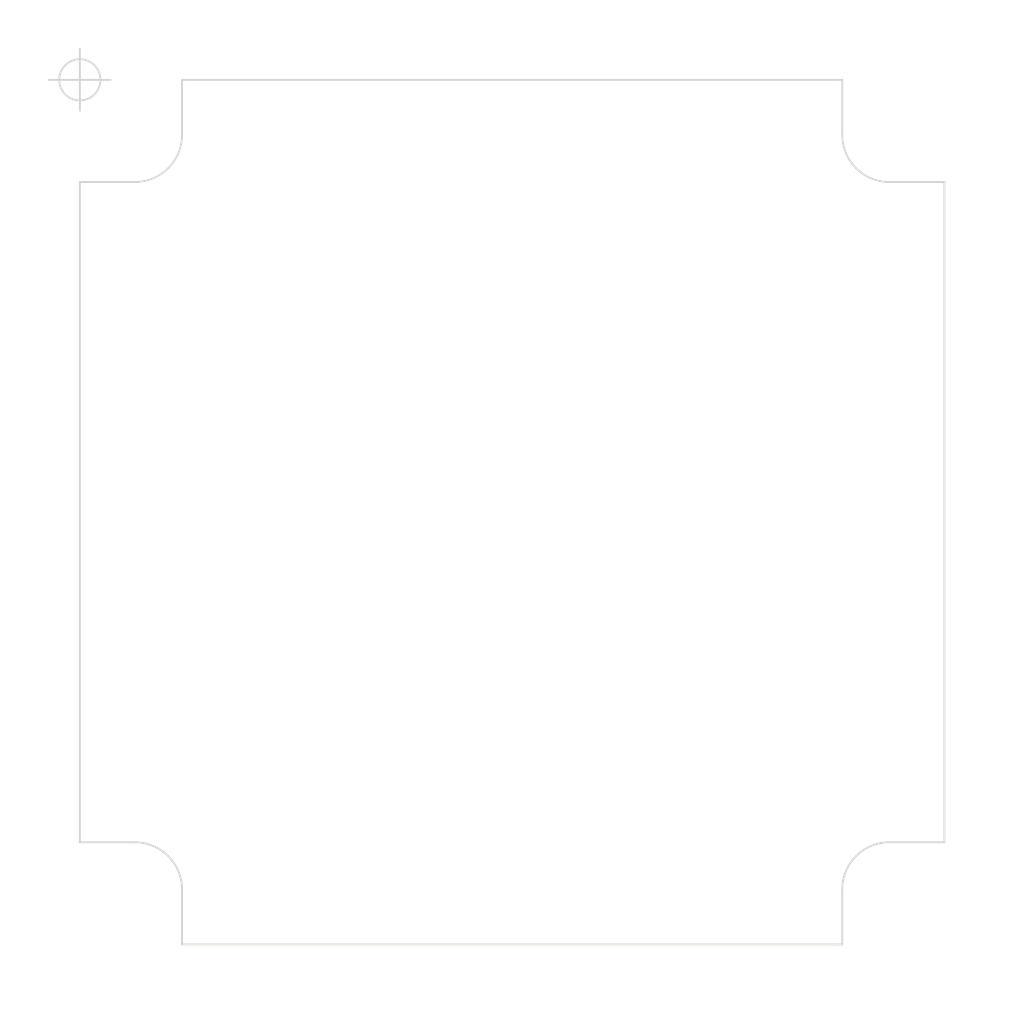
<source format=kicad_pcb>
(kicad_pcb (version 20171130) (host pcbnew 5.0.2+dfsg1-1)

  (general
    (thickness 1.6)
    (drawings 63)
    (tracks 0)
    (zones 0)
    (modules 4)
    (nets 1)
  )

  (page A4)
  (layers
    (0 F.Cu signal)
    (31 B.Cu signal)
    (32 B.Adhes user)
    (33 F.Adhes user)
    (34 B.Paste user)
    (35 F.Paste user)
    (36 B.SilkS user)
    (37 F.SilkS user)
    (38 B.Mask user)
    (39 F.Mask user)
    (40 Dwgs.User user)
    (41 Cmts.User user)
    (42 Eco1.User user)
    (43 Eco2.User user)
    (44 Edge.Cuts user)
    (45 Margin user)
    (46 B.CrtYd user)
    (47 F.CrtYd user)
    (48 B.Fab user)
    (49 F.Fab user)
  )

  (setup
    (last_trace_width 0.25)
    (trace_clearance 0.2)
    (zone_clearance 0.508)
    (zone_45_only no)
    (trace_min 0.2)
    (segment_width 0.2)
    (edge_width 0.15)
    (via_size 0.8)
    (via_drill 0.4)
    (via_min_size 0.4)
    (via_min_drill 0.3)
    (uvia_size 0.3)
    (uvia_drill 0.1)
    (uvias_allowed no)
    (uvia_min_size 0.2)
    (uvia_min_drill 0.1)
    (pcb_text_width 0.3)
    (pcb_text_size 1.5 1.5)
    (mod_edge_width 0.15)
    (mod_text_size 1 1)
    (mod_text_width 0.15)
    (pad_size 1.524 1.524)
    (pad_drill 0.762)
    (pad_to_mask_clearance 0.051)
    (solder_mask_min_width 0.25)
    (aux_axis_origin 38.1 38.1)
    (visible_elements FFFFFF7F)
    (pcbplotparams
      (layerselection 0x010fc_ffffffff)
      (usegerberextensions false)
      (usegerberattributes false)
      (usegerberadvancedattributes false)
      (creategerberjobfile false)
      (excludeedgelayer true)
      (linewidth 0.150000)
      (plotframeref false)
      (viasonmask false)
      (mode 1)
      (useauxorigin false)
      (hpglpennumber 1)
      (hpglpenspeed 20)
      (hpglpendiameter 15.000000)
      (psnegative false)
      (psa4output false)
      (plotreference true)
      (plotvalue true)
      (plotinvisibletext false)
      (padsonsilk false)
      (subtractmaskfromsilk false)
      (outputformat 1)
      (mirror false)
      (drillshape 1)
      (scaleselection 1)
      (outputdirectory ""))
  )

  (net 0 "")

  (net_class Default "This is the default net class."
    (clearance 0.2)
    (trace_width 0.25)
    (via_dia 0.8)
    (via_drill 0.4)
    (uvia_dia 0.3)
    (uvia_drill 0.1)
  )

  (module MountingHole:MountingHole_2.7mm_M2.5 (layer F.Cu) (tedit 5D6E7CB9) (tstamp 5D6E7D83)
    (at 49.022 49.022)
    (descr "Mounting Hole 2.7mm, no annular, M2.5")
    (tags "mounting hole 2.7mm no annular m2.5")
    (path /5D6E7C23)
    (attr virtual)
    (fp_text reference H1 (at 0 -0.127) (layer F.SilkS)
      (effects (font (size 1 1) (thickness 0.15)))
    )
    (fp_text value MH2.7_M2.5 (at 0 2.413) (layer F.Fab)
      (effects (font (size 1 1) (thickness 0.15)))
    )
    (fp_circle (center 0 0) (end 2.95 0) (layer F.CrtYd) (width 0.05))
    (fp_circle (center 0 0) (end 2.7 0) (layer Cmts.User) (width 0.15))
    (fp_text user %R (at -0.127 -0.127) (layer F.Fab)
      (effects (font (size 1 1) (thickness 0.15)))
    )
    (pad 1 np_thru_hole circle (at 0 0) (size 2.7 2.7) (drill 2.7) (layers *.Cu *.Mask))
  )

  (module MountingHole:MountingHole_2.7mm_M2.5 (layer F.Cu) (tedit 5D6E7CCF) (tstamp 5D6E79B9)
    (at 97.028 49.022)
    (descr "Mounting Hole 2.7mm, no annular, M2.5")
    (tags "mounting hole 2.7mm no annular m2.5")
    (path /5D6E7CA2)
    (attr virtual)
    (fp_text reference H2 (at 0 -0.127) (layer F.SilkS)
      (effects (font (size 1 1) (thickness 0.15)))
    )
    (fp_text value MH2.7_M2.5 (at 0 2.413) (layer F.Fab)
      (effects (font (size 1 1) (thickness 0.15)))
    )
    (fp_circle (center 0 0) (end 2.95 0) (layer F.CrtYd) (width 0.05))
    (fp_circle (center 0 0) (end 2.7 0) (layer Cmts.User) (width 0.15))
    (fp_text user %R (at 0.127 0) (layer F.Fab)
      (effects (font (size 1 1) (thickness 0.15)))
    )
    (pad 1 np_thru_hole circle (at 0 0) (size 2.7 2.7) (drill 2.7) (layers *.Cu *.Mask))
  )

  (module MountingHole:MountingHole_2.7mm_M2.5 (layer F.Cu) (tedit 5D6E7CD7) (tstamp 5D6E79C8)
    (at 49.022 97.028)
    (descr "Mounting Hole 2.7mm, no annular, M2.5")
    (tags "mounting hole 2.7mm no annular m2.5")
    (path /5D6E7D00)
    (attr virtual)
    (fp_text reference H4 (at 0 0.127) (layer F.SilkS)
      (effects (font (size 1 1) (thickness 0.15)))
    )
    (fp_text value MH2.7_M2.5 (at 0.508 -2.413) (layer F.Fab)
      (effects (font (size 1 1) (thickness 0.15)))
    )
    (fp_circle (center 0 0) (end 2.95 0) (layer F.CrtYd) (width 0.05))
    (fp_circle (center 0 0) (end 2.7 0) (layer Cmts.User) (width 0.15))
    (fp_text user %R (at 0.3 0) (layer F.Fab)
      (effects (font (size 1 1) (thickness 0.15)))
    )
    (pad 1 np_thru_hole circle (at 0 0) (size 2.7 2.7) (drill 2.7) (layers *.Cu *.Mask))
  )

  (module MountingHole:MountingHole_2.7mm_M2.5 (layer F.Cu) (tedit 5D6E7CD3) (tstamp 5D6E79D7)
    (at 97.028 97.028)
    (descr "Mounting Hole 2.7mm, no annular, M2.5")
    (tags "mounting hole 2.7mm no annular m2.5")
    (path /5D6E7CCE)
    (attr virtual)
    (fp_text reference H3 (at 0 0.127) (layer F.SilkS)
      (effects (font (size 1 1) (thickness 0.15)))
    )
    (fp_text value MH2.7_M2.5 (at 0 -2.413) (layer F.Fab)
      (effects (font (size 1 1) (thickness 0.15)))
    )
    (fp_circle (center 0 0) (end 2.95 0) (layer F.CrtYd) (width 0.05))
    (fp_circle (center 0 0) (end 2.7 0) (layer Cmts.User) (width 0.15))
    (fp_text user %R (at 0.3 0) (layer F.Fab)
      (effects (font (size 1 1) (thickness 0.15)))
    )
    (pad 1 np_thru_hole circle (at 0 0) (size 2.7 2.7) (drill 2.7) (layers *.Cu *.Mask))
  )

  (gr_arc (start 101.727 44.323) (end 102.235 44.323) (angle -90) (layer Dwgs.User) (width 0.2))
  (gr_arc (start 101.727 101.727) (end 101.727 102.235) (angle -90) (layer Dwgs.User) (width 0.2))
  (gr_arc (start 44.323 101.727) (end 43.815 101.727) (angle -90) (layer Dwgs.User) (width 0.2))
  (gr_line (start 43.815 101.727) (end 43.815 44.323) (layer Dwgs.User) (width 0.2))
  (gr_line (start 101.727 102.235) (end 44.323 102.235) (layer Dwgs.User) (width 0.2))
  (gr_line (start 102.235 44.323) (end 102.235 101.727) (layer Dwgs.User) (width 0.2))
  (gr_line (start 44.323 43.815) (end 101.727 43.815) (layer Dwgs.User) (width 0.2))
  (gr_arc (start 44.323 44.323) (end 44.323 43.815) (angle -90) (layer Dwgs.User) (width 0.2))
  (gr_line (start 100.965 68.707) (end 100.965 71.247) (layer Dwgs.User) (width 0.2))
  (gr_line (start 99.695 69.977) (end 102.235 69.977) (layer Dwgs.User) (width 0.2))
  (gr_line (start 99.695 76.073) (end 102.235 76.073) (layer Dwgs.User) (width 0.2))
  (gr_line (start 100.965 74.803) (end 100.965 77.343) (layer Dwgs.User) (width 0.2))
  (gr_circle (center 100.965 76.073) (end 101.981 76.073) (layer Dwgs.User) (width 0.2))
  (gr_circle (center 100.965 69.977) (end 101.981 69.977) (layer Dwgs.User) (width 0.2))
  (gr_line (start 45.085 68.707) (end 45.085 71.247) (layer Dwgs.User) (width 0.2))
  (gr_line (start 43.815 69.977) (end 46.355 69.977) (layer Dwgs.User) (width 0.2))
  (gr_line (start 43.815 76.073) (end 46.355 76.073) (layer Dwgs.User) (width 0.2))
  (gr_line (start 45.085 74.803) (end 45.085 77.343) (layer Dwgs.User) (width 0.2))
  (gr_circle (center 45.085 76.073) (end 46.101 76.073) (layer Dwgs.User) (width 0.2))
  (gr_circle (center 45.085 69.977) (end 46.101 69.977) (layer Dwgs.User) (width 0.2))
  (gr_line (start 103.886 100.33) (end 103.886 107.442) (layer Dwgs.User) (width 0.2))
  (gr_line (start 100.33 103.886) (end 107.442 103.886) (layer Dwgs.User) (width 0.2))
  (gr_line (start 42.164 100.33) (end 42.164 107.442) (layer Dwgs.User) (width 0.2))
  (gr_line (start 38.608 103.886) (end 45.72 103.886) (layer Dwgs.User) (width 0.2))
  (gr_line (start 103.886 38.608) (end 103.886 45.72) (layer Dwgs.User) (width 0.2))
  (gr_line (start 100.33 42.164) (end 107.442 42.164) (layer Dwgs.User) (width 0.2))
  (gr_line (start 42.164 38.608) (end 42.164 45.72) (layer Dwgs.User) (width 0.2))
  (gr_line (start 38.608 42.164) (end 45.72 42.164) (layer Dwgs.User) (width 0.2))
  (gr_line (start 31.75 73.025) (end 114.3 73.025) (layer Dwgs.User) (width 0.2))
  (gr_line (start 73.025 31.75) (end 73.025 114.3) (layer Dwgs.User) (width 0.2))
  (gr_arc (start 42.164 103.886) (end 35.052 103.886) (angle -90) (layer Dwgs.User) (width 0.2))
  (gr_arc (start 103.886 103.886) (end 103.886 110.998) (angle -90) (layer Dwgs.User) (width 0.2))
  (gr_arc (start 103.886 42.164) (end 110.998 42.164) (angle -90) (layer Dwgs.User) (width 0.2))
  (gr_arc (start 42.164 42.164) (end 42.164 35.052) (angle -90) (layer Dwgs.User) (width 0.2))
  (gr_line (start 103.886 35.052) (end 42.164 35.052) (layer Dwgs.User) (width 0.2))
  (gr_line (start 110.998 103.886) (end 110.998 42.164) (layer Dwgs.User) (width 0.2))
  (gr_line (start 42.164 110.998) (end 103.886 110.998) (layer Dwgs.User) (width 0.2))
  (gr_line (start 35.052 42.164) (end 35.052 103.886) (layer Dwgs.User) (width 0.2))
  (gr_circle (center 42.164 103.886) (end 43.688 103.886) (layer Dwgs.User) (width 0.2))
  (gr_circle (center 103.886 103.886) (end 105.41 103.886) (layer Dwgs.User) (width 0.2))
  (gr_circle (center 103.886 42.164) (end 105.41 42.164) (layer Dwgs.User) (width 0.2))
  (gr_circle (center 42.164 42.164) (end 43.688 42.164) (layer Dwgs.User) (width 0.2))
  (gr_circle (center 42.164 103.886) (end 45.466 103.886) (layer Dwgs.User) (width 0.2))
  (gr_circle (center 103.886 103.886) (end 107.188 103.886) (layer Dwgs.User) (width 0.2))
  (gr_circle (center 103.886 42.164) (end 107.188 42.164) (layer Dwgs.User) (width 0.2))
  (gr_circle (center 42.164 42.164) (end 45.466 42.164) (layer Dwgs.User) (width 0.2))
  (target plus (at 38.1 38.1) (size 5) (width 0.15) (layer Edge.Cuts))
  (gr_line (start 38.1 99.695) (end 42.545 99.695) (layer Edge.Cuts) (width 0.15))
  (gr_line (start 38.1 46.355) (end 38.1 99.695) (layer Edge.Cuts) (width 0.15))
  (gr_line (start 42.545 46.355) (end 38.1 46.355) (layer Edge.Cuts) (width 0.15))
  (gr_line (start 99.695 107.95) (end 99.695 103.505) (layer Edge.Cuts) (width 0.15))
  (gr_line (start 46.355 107.95) (end 99.695 107.95) (layer Edge.Cuts) (width 0.15))
  (gr_line (start 46.355 103.505) (end 46.355 107.95) (layer Edge.Cuts) (width 0.15))
  (gr_line (start 107.95 46.355) (end 103.505 46.355) (layer Edge.Cuts) (width 0.15))
  (gr_line (start 107.95 99.695) (end 107.95 46.355) (layer Edge.Cuts) (width 0.15))
  (gr_line (start 103.505 99.695) (end 107.95 99.695) (layer Edge.Cuts) (width 0.15))
  (gr_arc (start 103.505 103.505) (end 103.505 99.695) (angle -90) (layer Edge.Cuts) (width 0.15))
  (gr_arc (start 42.545 103.505) (end 46.355 103.505) (angle -90) (layer Edge.Cuts) (width 0.15))
  (gr_line (start 99.695 38.1) (end 99.695 42.545) (layer Edge.Cuts) (width 0.15))
  (gr_line (start 46.355 38.1) (end 99.695 38.1) (layer Edge.Cuts) (width 0.15))
  (gr_line (start 46.355 42.545) (end 46.355 38.1) (layer Edge.Cuts) (width 0.15))
  (gr_arc (start 103.505 42.545) (end 99.695 42.545) (angle -90) (layer Edge.Cuts) (width 0.15))
  (gr_arc (start 42.545 42.545) (end 42.545 46.355) (angle -90) (layer Edge.Cuts) (width 0.15))

)

</source>
